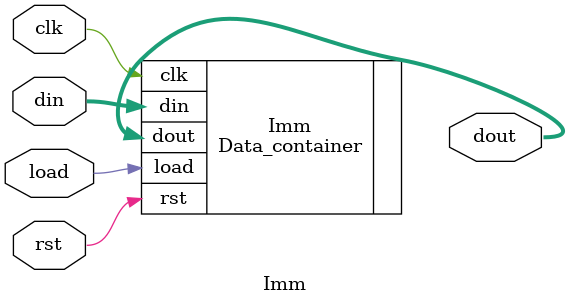
<source format=v>
`timescale 1ns / 1ps


module Imm(
    input wire clk,    // 时钟输入
    input wire rst,    // 复位输入
    input wire [31:0] din, // 数据输入
    input wire load,   // 载入控制输入
    output wire [31:0] dout // 数据输出
    );

Data_container Imm(
    .clk(clk),
    .rst(rst),
    .din(din),
    .load(load),
    .dout(dout)
);

endmodule


</source>
